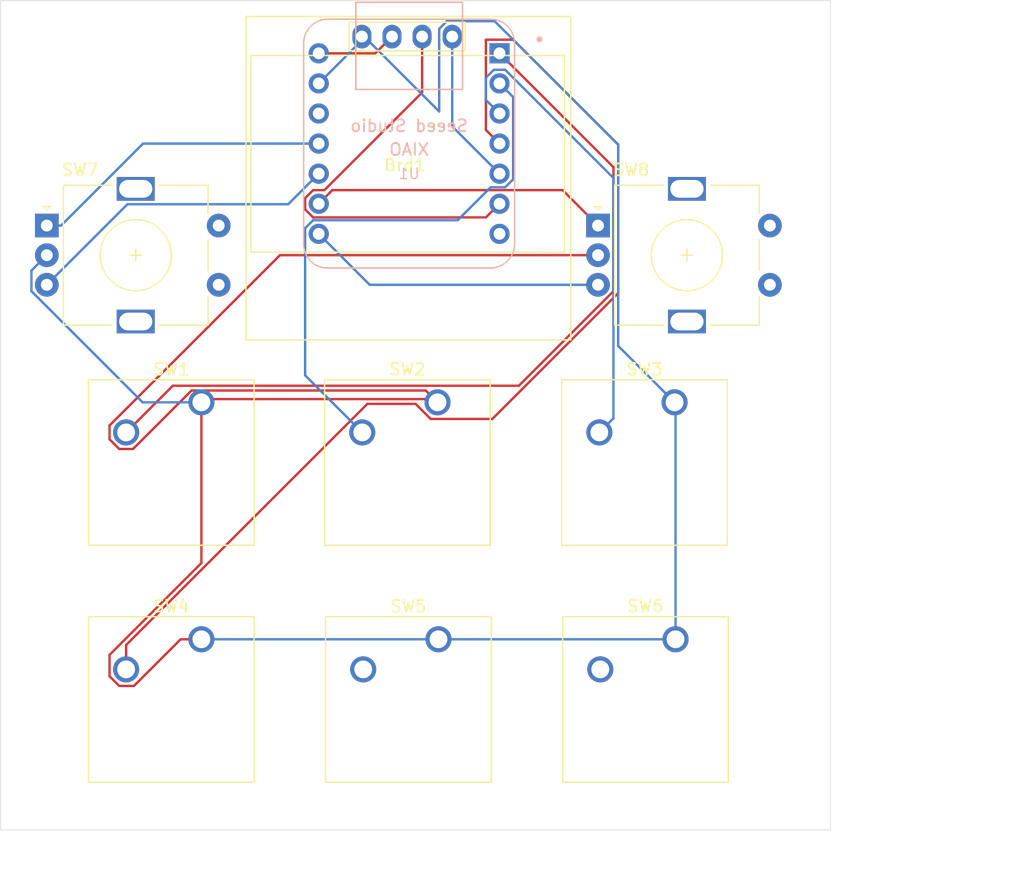
<source format=kicad_pcb>
(kicad_pcb (version 20240108) (generator "pcbnew") (generator_version "8.0")
  (layers (0 "F.Cu" signal) (31 "B.Cu" signal) (34 "B.Paste" user) (35 "F.Paste" user) (36 "B.SilkS" user "B.Silkscreen") (37 "F.SilkS" user "F.Silkscreen") (38 "B.Mask" user) (39 "F.Mask" user) (44 "Edge.Cuts" user))
  (net 0 "")
  (net 1 "SDA")
  (net 2 "GND")
  (net 3 "SCL")
  (net 4 "VCC")
  (net 5 "S1")
  (net 6 "S2")
  (net 7 "S3")
  (net 8 "S4")
  (net 9 "S5")
  (net 10 "S6")
  (net 11 "S7B")
  (net 12 "S7A")
  (net 13 "S8A")
  (net 14 "S8B")
  (footprint "Rotary_Encoder:RotaryEncoder_Alps_EC11E-Switch_Vertical_H20mm" (layer "F.Cu") (at 111.84 97.45)
    (property "Reference" "SW7" (at 2.8 -4.7 0) (layer "F.SilkS"))
    (property "Value" "RotaryEncoder")
    (fp_line (start -0.3 -1.6) (end 0.3 -1.6) (stroke (width 0.12)) (layer "F.SilkS"))
    (fp_line (start 0 -1.3) (end -0.3 -1.6) (stroke (width 0.12)) (layer "F.SilkS"))
    (fp_line (start 0.3 -1.6) (end 0 -1.3) (stroke (width 0.12)) (layer "F.SilkS"))
    (fp_line (start 1.4 -3.4) (end 1.4 8.4) (stroke (width 0.12)) (layer "F.SilkS"))
    (fp_line (start 5.5 -3.4) (end 1.4 -3.4) (stroke (width 0.12)) (layer "F.SilkS"))
    (fp_line (start 5.5 8.4) (end 1.4 8.4) (stroke (width 0.12)) (layer "F.SilkS"))
    (fp_line (start 7 2.5) (end 8 2.5) (stroke (width 0.12)) (layer "F.SilkS"))
    (fp_line (start 7.5 2) (end 7.5 3) (stroke (width 0.12)) (layer "F.SilkS"))
    (fp_line (start 9.5 -3.4) (end 13.6 -3.4) (stroke (width 0.12)) (layer "F.SilkS"))
    (fp_line (start 13.6 -3.4) (end 13.6 -1) (stroke (width 0.12)) (layer "F.SilkS"))
    (fp_line (start 13.6 1.2) (end 13.6 3.8) (stroke (width 0.12)) (layer "F.SilkS"))
    (fp_line (start 13.6 6) (end 13.6 8.4) (stroke (width 0.12)) (layer "F.SilkS"))
    (fp_line (start 13.6 8.4) (end 9.5 8.4) (stroke (width 0.12)) (layer "F.SilkS"))
    (fp_circle (center 7.5 2.5) (end 10.5 2.5) (stroke (width 0.12)) (fill none) (layer "F.SilkS"))
    (pad "A" thru_hole rect (at 0 0) (size 2 2) (drill 1) (layers "*.Cu" "*.Mask") (net 12 "S7A"))
    (pad "B" thru_hole circle (at 0 5) (size 2 2) (drill 1) (layers "*.Cu" "*.Mask") (net 11 "S7B"))
    (pad "C" thru_hole circle (at 0 2.5) (size 2 2) (drill 1) (layers "*.Cu" "*.Mask") (net 2 "GND"))
    (pad "MP" thru_hole rect (at 7.5 -3.1) (size 3.2 2) (drill oval 2.8 1.5) (layers "*.Cu" "*.Mask"))
    (pad "MP" thru_hole rect (at 7.5 8.1) (size 3.2 2) (drill oval 2.8 1.5) (layers "*.Cu" "*.Mask"))
    (pad "S1" thru_hole circle (at 14.5 5) (size 2 2) (drill 1) (layers "*.Cu" "*.Mask"))
    (pad "S2" thru_hole circle (at 14.5 0) (size 2 2) (drill 1) (layers "*.Cu" "*.Mask"))
  )
  (footprint "Button_Switch_Keyboard:SW_Cherry_MX_1.00u_PCB" (layer "F.Cu") (at 164.88 132.37)
    (property "Reference" "SW6" (at -2.54 -2.794 0) (layer "F.SilkS"))
    (property "Value" "SW_Push")
    (fp_line (start -9.525 -1.905) (end 4.445 -1.905) (stroke (width 0.12)) (layer "F.SilkS"))
    (fp_line (start -9.525 12.065) (end -9.525 -1.905) (stroke (width 0.12)) (layer "F.SilkS"))
    (fp_line (start 4.445 -1.905) (end 4.445 12.065) (stroke (width 0.12)) (layer "F.SilkS"))
    (fp_line (start 4.445 12.065) (end -9.525 12.065) (stroke (width 0.12)) (layer "F.SilkS"))
    (pad "" np_thru_hole circle (at -7.62 5.08) (size 1.7 1.7) (drill 1.7) (layers "*.Cu" "*.Mask"))
    (pad "" np_thru_hole circle (at -2.54 5.08) (size 4 4) (drill 4) (layers "*.Cu" "*.Mask"))
    (pad "" np_thru_hole circle (at 2.54 5.08) (size 1.7 1.7) (drill 1.7) (layers "*.Cu" "*.Mask"))
    (pad "1" thru_hole circle (at 0 0) (size 2.2 2.2) (drill 1.5) (layers "*.Cu" "*.Mask") (net 2 "GND"))
    (pad "2" thru_hole circle (at -6.35 2.54) (size 2.2 2.2) (drill 1.5) (layers "*.Cu" "*.Mask") (net 10 "S6"))
  )
  (footprint "Button_Switch_Keyboard:SW_Cherry_MX_1.00u_PCB" (layer "F.Cu") (at 124.88 132.37)
    (property "Reference" "SW4" (at -2.54 -2.794 0) (layer "F.SilkS"))
    (property "Value" "SW_Push")
    (fp_line (start -9.525 -1.905) (end 4.445 -1.905) (stroke (width 0.12)) (layer "F.SilkS"))
    (fp_line (start -9.525 12.065) (end -9.525 -1.905) (stroke (width 0.12)) (layer "F.SilkS"))
    (fp_line (start 4.445 -1.905) (end 4.445 12.065) (stroke (width 0.12)) (layer "F.SilkS"))
    (fp_line (start 4.445 12.065) (end -9.525 12.065) (stroke (width 0.12)) (layer "F.SilkS"))
    (pad "" np_thru_hole circle (at -7.62 5.08) (size 1.7 1.7) (drill 1.7) (layers "*.Cu" "*.Mask"))
    (pad "" np_thru_hole circle (at -2.54 5.08) (size 4 4) (drill 4) (layers "*.Cu" "*.Mask"))
    (pad "" np_thru_hole circle (at 2.54 5.08) (size 1.7 1.7) (drill 1.7) (layers "*.Cu" "*.Mask"))
    (pad "1" thru_hole circle (at 0 0) (size 2.2 2.2) (drill 1.5) (layers "*.Cu" "*.Mask") (net 2 "GND"))
    (pad "2" thru_hole circle (at -6.35 2.54) (size 2.2 2.2) (drill 1.5) (layers "*.Cu" "*.Mask") (net 8 "S4"))
  )
  (footprint "Button_Switch_Keyboard:SW_Cherry_MX_1.00u_PCB" (layer "F.Cu") (at 164.8 112.37)
    (property "Reference" "SW3" (at -2.54 -2.794 0) (layer "F.SilkS"))
    (property "Value" "SW_Push")
    (fp_line (start -9.525 -1.905) (end 4.445 -1.905) (stroke (width 0.12)) (layer "F.SilkS"))
    (fp_line (start -9.525 12.065) (end -9.525 -1.905) (stroke (width 0.12)) (layer "F.SilkS"))
    (fp_line (start 4.445 -1.905) (end 4.445 12.065) (stroke (width 0.12)) (layer "F.SilkS"))
    (fp_line (start 4.445 12.065) (end -9.525 12.065) (stroke (width 0.12)) (layer "F.SilkS"))
    (pad "" np_thru_hole circle (at -7.62 5.08) (size 1.7 1.7) (drill 1.7) (layers "*.Cu" "*.Mask"))
    (pad "" np_thru_hole circle (at -2.54 5.08) (size 4 4) (drill 4) (layers "*.Cu" "*.Mask"))
    (pad "" np_thru_hole circle (at 2.54 5.08) (size 1.7 1.7) (drill 1.7) (layers "*.Cu" "*.Mask"))
    (pad "1" thru_hole circle (at 0 0) (size 2.2 2.2) (drill 1.5) (layers "*.Cu" "*.Mask") (net 2 "GND"))
    (pad "2" thru_hole circle (at -6.35 2.54) (size 2.2 2.2) (drill 1.5) (layers "*.Cu" "*.Mask") (net 7 "S3"))
  )
  (footprint "Button_Switch_Keyboard:SW_Cherry_MX_1.00u_PCB" (layer "F.Cu") (at 124.88 112.37)
    (property "Reference" "SW1" (at -2.54 -2.794 0) (layer "F.SilkS"))
    (property "Value" "SW_Push")
    (fp_line (start -9.525 -1.905) (end 4.445 -1.905) (stroke (width 0.12)) (layer "F.SilkS"))
    (fp_line (start -9.525 12.065) (end -9.525 -1.905) (stroke (width 0.12)) (layer "F.SilkS"))
    (fp_line (start 4.445 -1.905) (end 4.445 12.065) (stroke (width 0.12)) (layer "F.SilkS"))
    (fp_line (start 4.445 12.065) (end -9.525 12.065) (stroke (width 0.12)) (layer "F.SilkS"))
    (pad "" np_thru_hole circle (at -7.62 5.08) (size 1.7 1.7) (drill 1.7) (layers "*.Cu" "*.Mask"))
    (pad "" np_thru_hole circle (at -2.54 5.08) (size 4 4) (drill 4) (layers "*.Cu" "*.Mask"))
    (pad "" np_thru_hole circle (at 2.54 5.08) (size 1.7 1.7) (drill 1.7) (layers "*.Cu" "*.Mask"))
    (pad "1" thru_hole circle (at 0 0) (size 2.2 2.2) (drill 1.5) (layers "*.Cu" "*.Mask") (net 2 "GND"))
    (pad "2" thru_hole circle (at -6.35 2.54) (size 2.2 2.2) (drill 1.5) (layers "*.Cu" "*.Mask") (net 5 "S1"))
  )
  (footprint "Rotary_Encoder:RotaryEncoder_Alps_EC11E-Switch_Vertical_H20mm" (layer "F.Cu") (at 158.34 97.45)
    (property "Reference" "SW8" (at 2.8 -4.7 0) (layer "F.SilkS"))
    (property "Value" "RotaryEncoder")
    (fp_line (start -0.3 -1.6) (end 0.3 -1.6) (stroke (width 0.12)) (layer "F.SilkS"))
    (fp_line (start 0 -1.3) (end -0.3 -1.6) (stroke (width 0.12)) (layer "F.SilkS"))
    (fp_line (start 0.3 -1.6) (end 0 -1.3) (stroke (width 0.12)) (layer "F.SilkS"))
    (fp_line (start 1.4 -3.4) (end 1.4 8.4) (stroke (width 0.12)) (layer "F.SilkS"))
    (fp_line (start 5.5 -3.4) (end 1.4 -3.4) (stroke (width 0.12)) (layer "F.SilkS"))
    (fp_line (start 5.5 8.4) (end 1.4 8.4) (stroke (width 0.12)) (layer "F.SilkS"))
    (fp_line (start 7 2.5) (end 8 2.5) (stroke (width 0.12)) (layer "F.SilkS"))
    (fp_line (start 7.5 2) (end 7.5 3) (stroke (width 0.12)) (layer "F.SilkS"))
    (fp_line (start 9.5 -3.4) (end 13.6 -3.4) (stroke (width 0.12)) (layer "F.SilkS"))
    (fp_line (start 13.6 -3.4) (end 13.6 -1) (stroke (width 0.12)) (layer "F.SilkS"))
    (fp_line (start 13.6 1.2) (end 13.6 3.8) (stroke (width 0.12)) (layer "F.SilkS"))
    (fp_line (start 13.6 6) (end 13.6 8.4) (stroke (width 0.12)) (layer "F.SilkS"))
    (fp_line (start 13.6 8.4) (end 9.5 8.4) (stroke (width 0.12)) (layer "F.SilkS"))
    (fp_circle (center 7.5 2.5) (end 10.5 2.5) (stroke (width 0.12)) (fill none) (layer "F.SilkS"))
    (pad "A" thru_hole rect (at 0 0) (size 2 2) (drill 1) (layers "*.Cu" "*.Mask") (net 13 "S8A"))
    (pad "B" thru_hole circle (at 0 5) (size 2 2) (drill 1) (layers "*.Cu" "*.Mask") (net 14 "S8B"))
    (pad "C" thru_hole circle (at 0 2.5) (size 2 2) (drill 1) (layers "*.Cu" "*.Mask") (net 2 "GND"))
    (pad "MP" thru_hole rect (at 7.5 -3.1) (size 3.2 2) (drill oval 2.8 1.5) (layers "*.Cu" "*.Mask"))
    (pad "MP" thru_hole rect (at 7.5 8.1) (size 3.2 2) (drill oval 2.8 1.5) (layers "*.Cu" "*.Mask"))
    (pad "S1" thru_hole circle (at 14.5 5) (size 2 2) (drill 1) (layers "*.Cu" "*.Mask"))
    (pad "S2" thru_hole circle (at 14.5 0) (size 2 2) (drill 1) (layers "*.Cu" "*.Mask"))
  )
  (footprint "SSD1306:128x64OLED" (layer "F.Cu") (at 142.04 92.1)
    (property "Reference" "Brd1" (at 0 0.254 0) (layer "F.SilkS"))
    (property "Value" "SSD1306")
    (fp_line (start -13.4 -12.3) (end 14 -12.3) (stroke (width 0.12)) (layer "F.SilkS"))
    (fp_line (start -13.4 15) (end -13.4 -12.3) (stroke (width 0.12)) (layer "F.SilkS"))
    (fp_line (start -12.978 -9.005) (end 10.122 -9.005) (stroke (width 0.12)) (layer "F.SilkS"))
    (fp_line (start -12.978 7.595) (end -12.978 -9.005) (stroke (width 0.12)) (layer "F.SilkS"))
    (fp_line (start -4.699 -11.811) (end -4.699 -9.398) (stroke (width 0.12)) (layer "F.SilkS"))
    (fp_line (start -4.699 -11.811) (end 5.08 -11.811) (stroke (width 0.12)) (layer "F.SilkS"))
    (fp_line (start 5.08 -11.811) (end 5.08 -9.398) (stroke (width 0.12)) (layer "F.SilkS"))
    (fp_line (start 5.08 -9.398) (end -4.699 -9.398) (stroke (width 0.12)) (layer "F.SilkS"))
    (fp_line (start 10.122 -9.005) (end 13.208 -9.005) (stroke (width 0.12)) (layer "F.SilkS"))
    (fp_line (start 10.122 7.595) (end -12.978 7.595) (stroke (width 0.12)) (layer "F.SilkS"))
    (fp_line (start 10.122 7.595) (end 13.462 7.62) (stroke (width 0.12)) (layer "F.SilkS"))
    (fp_line (start 13.462 -9.017) (end 13.208 -9.005) (stroke (width 0.12)) (layer "F.SilkS"))
    (fp_line (start 13.462 7.62) (end 13.462 -9.017) (stroke (width 0.12)) (layer "F.SilkS"))
    (fp_line (start 14 -12.3) (end 14 15) (stroke (width 0.12)) (layer "F.SilkS"))
    (fp_line (start 14 15) (end -13.4 15) (stroke (width 0.12)) (layer "F.SilkS"))
    (pad "1" thru_hole oval (at -3.62 -10.6 90) (size 2 1.6) (drill 1) (layers "*.Cu" "*.Mask") (net 2 "GND"))
    (pad "2" thru_hole oval (at -1.08 -10.6 90) (size 2 1.6) (drill 1) (layers "*.Cu" "*.Mask") (net 4 "VCC"))
    (pad "3" thru_hole oval (at 1.46 -10.6 90) (size 2 1.6) (drill 1) (layers "*.Cu" "*.Mask") (net 3 "SCL"))
    (pad "4" thru_hole oval (at 4 -10.6 90) (size 2 1.6) (drill 1) (layers "*.Cu" "*.Mask") (net 1 "SDA"))
  )
  (footprint "Button_Switch_Keyboard:SW_Cherry_MX_1.00u_PCB" (layer "F.Cu") (at 144.88 132.37)
    (property "Reference" "SW5" (at -2.54 -2.794 0) (layer "F.SilkS"))
    (property "Value" "SW_Push")
    (fp_line (start -9.525 -1.905) (end 4.445 -1.905) (stroke (width 0.12)) (layer "F.SilkS"))
    (fp_line (start -9.525 12.065) (end -9.525 -1.905) (stroke (width 0.12)) (layer "F.SilkS"))
    (fp_line (start 4.445 -1.905) (end 4.445 12.065) (stroke (width 0.12)) (layer "F.SilkS"))
    (fp_line (start 4.445 12.065) (end -9.525 12.065) (stroke (width 0.12)) (layer "F.SilkS"))
    (pad "" np_thru_hole circle (at -7.62 5.08) (size 1.7 1.7) (drill 1.7) (layers "*.Cu" "*.Mask"))
    (pad "" np_thru_hole circle (at -2.54 5.08) (size 4 4) (drill 4) (layers "*.Cu" "*.Mask"))
    (pad "" np_thru_hole circle (at 2.54 5.08) (size 1.7 1.7) (drill 1.7) (layers "*.Cu" "*.Mask"))
    (pad "1" thru_hole circle (at 0 0) (size 2.2 2.2) (drill 1.5) (layers "*.Cu" "*.Mask") (net 2 "GND"))
    (pad "2" thru_hole circle (at -6.35 2.54) (size 2.2 2.2) (drill 1.5) (layers "*.Cu" "*.Mask") (net 9 "S5"))
  )
  (footprint "Button_Switch_Keyboard:SW_Cherry_MX_1.00u_PCB" (layer "F.Cu") (at 144.8 112.37)
    (property "Reference" "SW2" (at -2.54 -2.794 0) (layer "F.SilkS"))
    (property "Value" "SW_Push")
    (fp_line (start -9.525 -1.905) (end 4.445 -1.905) (stroke (width 0.12)) (layer "F.SilkS"))
    (fp_line (start -9.525 12.065) (end -9.525 -1.905) (stroke (width 0.12)) (layer "F.SilkS"))
    (fp_line (start 4.445 -1.905) (end 4.445 12.065) (stroke (width 0.12)) (layer "F.SilkS"))
    (fp_line (start 4.445 12.065) (end -9.525 12.065) (stroke (width 0.12)) (layer "F.SilkS"))
    (pad "" np_thru_hole circle (at -7.62 5.08) (size 1.7 1.7) (drill 1.7) (layers "*.Cu" "*.Mask"))
    (pad "" np_thru_hole circle (at -2.54 5.08) (size 4 4) (drill 4) (layers "*.Cu" "*.Mask"))
    (pad "" np_thru_hole circle (at 2.54 5.08) (size 1.7 1.7) (drill 1.7) (layers "*.Cu" "*.Mask"))
    (pad "1" thru_hole circle (at 0 0) (size 2.2 2.2) (drill 1.5) (layers "*.Cu" "*.Mask") (net 2 "GND"))
    (pad "2" thru_hole circle (at -6.35 2.54) (size 2.2 2.2) (drill 1.5) (layers "*.Cu" "*.Mask") (net 6 "S2"))
  )
  (footprint "Seeed Studio XIAO Series Library:XIAO-Generic-Thruhole-14P-2.54-21X17.8MM" (layer "B.Cu") (at 142.405 90.53 180)
    (property "Reference" "U1" (at 0 -2.54 0) (layer "B.SilkS") (effects (font (size 0.889 0.889) (thickness 0.1016)) (justify mirror)))
    (property "Value" "Seeed Studio XIAO SAMD21" (hide yes))
    (fp_line (start 8.9 8.5) (end 8.9 -8.5) (stroke (width 0.127)) (layer "B.SilkS"))
    (fp_line (start 6.9 -10.5) (end -6.9 -10.5) (stroke (width 0.127)) (layer "B.SilkS"))
    (fp_line (start 4.5 11.92403) (end -4.5 11.92403) (stroke (width 0.127)) (layer "B.SilkS"))
    (fp_line (start 4.5 4.57073) (end 4.5 11.92403) (stroke (width 0.127)) (layer "B.SilkS"))
    (fp_line (start -4.5 11.92403) (end -4.5 4.57073) (stroke (width 0.127)) (layer "B.SilkS"))
    (fp_line (start -4.5 4.57073) (end 4.5 4.57073) (stroke (width 0.127)) (layer "B.SilkS"))
    (fp_line (start -6.9 10.49909) (end 6.9 10.49909) (stroke (width 0.127)) (layer "B.SilkS"))
    (fp_line (start -8.9 -8.5) (end -8.9 8.5) (stroke (width 0.127)) (layer "B.SilkS"))
    (fp_arc (start 8.9 8.5) (mid 8.301494 9.901494) (end 6.9 10.5) (stroke (width 0.12)) (layer "B.SilkS"))
    (fp_arc (start 6.9 -10.5) (mid 8.314214 -9.914214) (end 8.9 -8.5) (stroke (width 0.12)) (layer "B.SilkS"))
    (fp_arc (start -6.9 10.5) (mid -8.301491 9.901491) (end -8.9 8.5) (stroke (width 0.12)) (layer "B.SilkS"))
    (fp_arc (start -8.9 -8.5) (mid -8.301423 -9.901423) (end -6.9 -10.5) (stroke (width 0.12)) (layer "B.SilkS"))
    (fp_circle (center -11 8.8) (end -11 9.054) (fill solid) (layer "B.SilkS"))
    (fp_poly (pts (xy -8.887715 8.561705) (xy -8.884667 8.610473) (xy -8.880603 8.659494)) (stroke (width 0.0254)) (fill none) (layer "B.SilkS"))
    (fp_poly (pts (xy 8.889492 -8.521574) (xy 8.887713 -8.57085) (xy 8.884665 -8.619618) (xy 8.880601 -8.668639) (xy 8.875268 -8.717407) (xy 8.868664 -8.766175) (xy 8.861044 -8.81469) (xy 8.852153 -8.86295) (xy 8.842248 -8.910955)) (stroke (width 0.0254)) (fill none) (layer "B.SilkS"))
    (fp_text user "XIAO" (at 0 -0.5 0) (layer "B.SilkS") (effects (justify mirror)))
    (fp_text user "Seeed Studio" (at 0 1.5 0) (layer "B.SilkS") (effects (justify mirror)))
    (pad "1" thru_hole rect (at -7.625 7.62 180) (size 1.7 1.7) (drill 1) (layers "*.Cu" "*.Mask") (net 5 "S1"))
    (pad "2" thru_hole circle (at -7.625 5.08 180) (size 1.7 1.7) (drill 1) (layers "*.Cu" "*.Mask") (net 6 "S2"))
    (pad "3" thru_hole circle (at -7.625 2.54 180) (size 1.7 1.7) (drill 1) (layers "*.Cu" "*.Mask") (net 7 "S3"))
    (pad "4" thru_hole circle (at -7.625 0 180) (size 1.7 1.7) (drill 1) (layers "*.Cu" "*.Mask") (net 8 "S4"))
    (pad "5" thru_hole circle (at -7.625 -2.54 180) (size 1.7 1.7) (drill 1) (layers "*.Cu" "*.Mask") (net 1 "SDA"))
    (pad "6" thru_hole circle (at -7.625 -5.08) (size 1.7 1.7) (drill 1) (layers "*.Cu" "*.Mask") (net 3 "SCL"))
    (pad "7" thru_hole circle (at -7.625 -7.62 180) (size 1.7 1.7) (drill 1) (layers "*.Cu" "*.Mask"))
    (pad "8" thru_hole circle (at 7.625 -7.62 180) (size 1.7 1.7) (drill 1) (layers "*.Cu" "*.Mask") (net 14 "S8B"))
    (pad "9" thru_hole circle (at 7.625 -5.08 180) (size 1.7 1.7) (drill 1) (layers "*.Cu" "*.Mask") (net 13 "S8A"))
    (pad "10" thru_hole circle (at 7.625 -2.54 180) (size 1.7 1.7) (drill 1) (layers "*.Cu" "*.Mask") (net 11 "S7B"))
    (pad "11" thru_hole circle (at 7.625 0 180) (size 1.7 1.7) (drill 1) (layers "*.Cu" "*.Mask") (net 12 "S7A"))
    (pad "12" thru_hole circle (at 7.625 2.54 180) (size 1.7 1.7) (drill 1) (layers "*.Cu" "*.Mask"))
    (pad "13" thru_hole circle (at 7.625 5.08 180) (size 1.7 1.7) (drill 1) (layers "*.Cu" "*.Mask") (net 2 "GND"))
    (pad "14" thru_hole circle (at 7.625 7.62 180) (size 1.7 1.7) (drill 1) (layers "*.Cu" "*.Mask") (net 4 "VCC"))
  )
  (gr_rect (start 107.94 78.46) (end 177.94 148.46) (stroke (width 0.05)) (fill none) (layer "Edge.Cuts"))
  (segment (start 146.04 81.5) (end 146.04 89.08) (width 0.2) (layer "B.Cu") (net 1))
  (segment (start 146.04 89.08) (end 150.03 93.07) (width 0.2) (layer "B.Cu") (net 1))
  (segment (start 124.049899 111.37) (end 119.109899 116.31) (width 0.2) (layer "F.Cu") (net 2))
  (segment (start 117.950101 136.31) (end 119.19 136.31) (width 0.2) (layer "F.Cu") (net 2))
  (segment (start 117.13 135.489899) (end 117.950101 136.31) (width 0.2) (layer "F.Cu") (net 2))
  (segment (start 144.8 112.37) (end 144.53 112.1) (width 0.2) (layer "F.Cu") (net 2))
  (segment (start 125.15 112.1) (end 124.88 112.37) (width 0.2) (layer "F.Cu") (net 2))
  (segment (start 124.88 112.37) (end 124.88 125.934415) (width 0.2) (layer "F.Cu") (net 2))
  (segment (start 131.506346 99.95) (end 158.34 99.95) (width 0.2) (layer "F.Cu") (net 2))
  (segment (start 117.13 133.684415) (end 117.13 135.489899) (width 0.2) (layer "F.Cu") (net 2))
  (segment (start 119.19 136.31) (end 123.13 132.37) (width 0.2) (layer "F.Cu") (net 2))
  (segment (start 119.109899 116.31) (end 117.950101 116.31) (width 0.2) (layer "F.Cu") (net 2))
  (segment (start 123.13 132.37) (end 124.88 132.37) (width 0.2) (layer "F.Cu") (net 2))
  (segment (start 117.950101 116.31) (end 117.13 115.489899) (width 0.2) (layer "F.Cu") (net 2))
  (segment (start 164.8 112.37) (end 163.700001 111.270001) (width 0.2) (layer "F.Cu") (net 2))
  (segment (start 124.88 125.934415) (end 117.13 133.684415) (width 0.2) (layer "F.Cu") (net 2))
  (segment (start 117.13 114.326346) (end 131.506346 99.95) (width 0.2) (layer "F.Cu") (net 2))
  (segment (start 117.13 115.489899) (end 117.13 114.326346) (width 0.2) (layer "F.Cu") (net 2))
  (segment (start 144.53 112.1) (end 125.15 112.1) (width 0.2) (layer "F.Cu") (net 2))
  (segment (start 143.8 111.37) (end 124.049899 111.37) (width 0.2) (layer "F.Cu") (net 2))
  (segment (start 144.8 112.37) (end 143.8 111.37) (width 0.2) (layer "F.Cu") (net 2))
  (segment (start 110.54 102.988478) (end 110.54 101.25) (width 0.2) (layer "B.Cu") (net 2))
  (segment (start 124.88 112.37) (end 119.921522 112.37) (width 0.2) (layer "B.Cu") (net 2))
  (segment (start 160.04 107.61) (end 164.8 112.37) (width 0.2) (layer "B.Cu") (net 2))
  (segment (start 164.88 132.37) (end 164.88 112.45) (width 0.2) (layer "B.Cu") (net 2))
  (segment (start 145.584365 80.2) (end 149.62 80.2) (width 0.2) (layer "B.Cu") (net 2))
  (segment (start 124.88 132.37) (end 144.88 132.37) (width 0.2) (layer "B.Cu") (net 2))
  (segment (start 110.54 101.25) (end 111.84 99.95) (width 0.2) (layer "B.Cu") (net 2))
  (segment (start 164.88 112.45) (end 164.8 112.37) (width 0.2) (layer "B.Cu") (net 2))
  (segment (start 134.78 85.45) (end 138.42 81.81) (width 0.2) (layer "B.Cu") (net 2))
  (segment (start 149.62 80.2) (end 160.04 90.62) (width 0.2) (layer "B.Cu") (net 2))
  (segment (start 138.42 81.81) (end 138.42 81.5) (width 0.2) (layer "B.Cu") (net 2))
  (segment (start 144.94 87.82) (end 144.94 80.844365) (width 0.2) (layer "B.Cu") (net 2))
  (segment (start 138.62 81.5) (end 144.94 87.82) (width 0.2) (layer "B.Cu") (net 2))
  (segment (start 144.94 80.844365) (end 145.584365 80.2) (width 0.2) (layer "B.Cu") (net 2))
  (segment (start 119.921522 112.37) (end 110.54 102.988478) (width 0.2) (layer "B.Cu") (net 2))
  (segment (start 138.42 81.5) (end 138.62 81.5) (width 0.2) (layer "B.Cu") (net 2))
  (segment (start 160.04 90.62) (end 160.04 107.61) (width 0.2) (layer "B.Cu") (net 2))
  (segment (start 144.88 132.37) (end 164.88 132.37) (width 0.2) (layer "B.Cu") (net 2))
  (segment (start 134.303654 96.76) (end 148.88 96.76) (width 0.2) (layer "F.Cu") (net 3))
  (segment (start 133.63 96.086346) (end 134.303654 96.76) (width 0.2) (layer "F.Cu") (net 3))
  (segment (start 143.5 86.216346) (end 135.256346 94.46) (width 0.2) (layer "F.Cu") (net 3))
  (segment (start 134.303654 94.46) (end 133.63 95.133654) (width 0.2) (layer "F.Cu") (net 3))
  (segment (start 148.88 96.76) (end 150.03 95.61) (width 0.2) (layer "F.Cu") (net 3))
  (segment (start 133.63 95.133654) (end 133.63 96.086346) (width 0.2) (layer "F.Cu") (net 3))
  (segment (start 135.256346 94.46) (end 134.303654 94.46) (width 0.2) (layer "F.Cu") (net 3))
  (segment (start 143.5 81.5) (end 143.5 86.216346) (width 0.2) (layer "F.Cu") (net 3))
  (segment (start 139.55 82.91) (end 140.96 81.5) (width 0.2) (layer "F.Cu") (net 4))
  (segment (start 134.78 82.91) (end 139.55 82.91) (width 0.2) (layer "F.Cu") (net 4))
  (segment (start 159.64 102.988478) (end 151.658478 110.97) (width 0.2) (layer "F.Cu") (net 5))
  (segment (start 122.47 110.97) (end 118.53 114.91) (width 0.2) (layer "F.Cu") (net 5))
  (segment (start 151.658478 110.97) (end 122.47 110.97) (width 0.2) (layer "F.Cu") (net 5))
  (segment (start 159.64 92.52) (end 159.64 102.988478) (width 0.2) (layer "F.Cu") (net 5))
  (segment (start 150.03 82.91) (end 159.64 92.52) (width 0.2) (layer "F.Cu") (net 5))
  (segment (start 149.28 94.22) (end 146.5 97) (width 0.2) (layer "B.Cu") (net 6))
  (segment (start 150.506346 94.22) (end 149.28 94.22) (width 0.2) (layer "B.Cu") (net 6))
  (segment (start 133.63 110.09) (end 138.45 114.91) (width 0.2) (layer "B.Cu") (net 6))
  (segment (start 134.303654 97) (end 133.63 97.673654) (width 0.2) (layer "B.Cu") (net 6))
  (segment (start 151.18 86.6) (end 151.18 93.546346) (width 0.2) (layer "B.Cu") (net 6))
  (segment (start 151.18 93.546346) (end 150.506346 94.22) (width 0.2) (layer "B.Cu") (net 6))
  (segment (start 133.63 97.673654) (end 133.63 110.09) (width 0.2) (layer "B.Cu") (net 6))
  (segment (start 146.5 97) (end 134.303654 97) (width 0.2) (layer "B.Cu") (net 6))
  (segment (start 150.03 85.45) (end 151.18 86.6) (width 0.2) (layer "B.Cu") (net 6))
  (segment (start 149.553654 84.3) (end 150.506346 84.3) (width 0.2) (layer "B.Cu") (net 7))
  (segment (start 159.64 93.433654) (end 159.64 113.72) (width 0.2) (layer "B.Cu") (net 7))
  (segment (start 159.64 113.72) (end 158.45 114.91) (width 0.2) (layer "B.Cu") (net 7))
  (segment (start 148.88 84.973654) (end 149.553654 84.3) (width 0.2) (layer "B.Cu") (net 7))
  (segment (start 150.03 87.99) (end 148.88 86.84) (width 0.2) (layer "B.Cu") (net 7))
  (segment (start 150.506346 84.3) (end 159.64 93.433654) (width 0.2) (layer "B.Cu") (net 7))
  (segment (start 148.88 86.84) (end 148.88 84.973654) (width 0.2) (layer "B.Cu") (net 7))
  (segment (start 148.88 89.38) (end 148.88 81.76) (width 0.2) (layer "F.Cu") (net 8))
  (segment (start 138.880101 112.5) (end 118.53 132.850101) (width 0.2) (layer "F.Cu") (net 8))
  (segment (start 160.04 103.154164) (end 149.424164 113.77) (width 0.2) (layer "F.Cu") (net 8))
  (segment (start 148.88 81.76) (end 151.18 81.76) (width 0.2) (layer "F.Cu") (net 8))
  (segment (start 118.53 132.850101) (end 118.53 134.91) (width 0.2) (layer "F.Cu") (net 8))
  (segment (start 144.220101 113.77) (end 142.950101 112.5) (width 0.2) (layer "F.Cu") (net 8))
  (segment (start 142.950101 112.5) (end 138.880101 112.5) (width 0.2) (layer "F.Cu") (net 8))
  (segment (start 151.18 81.76) (end 160.04 90.62) (width 0.2) (layer "F.Cu") (net 8))
  (segment (start 150.03 90.53) (end 148.88 89.38) (width 0.2) (layer "F.Cu") (net 8))
  (segment (start 149.424164 113.77) (end 144.220101 113.77) (width 0.2) (layer "F.Cu") (net 8))
  (segment (start 160.04 90.62) (end 160.04 103.154164) (width 0.2) (layer "F.Cu") (net 8))
  (segment (start 132.2 95.65) (end 118.64 95.65) (width 0.2) (layer "B.Cu") (net 11))
  (segment (start 134.78 93.07) (end 132.2 95.65) (width 0.2) (layer "B.Cu") (net 11))
  (segment (start 118.64 95.65) (end 111.84 102.45) (width 0.2) (layer "B.Cu") (net 11))
  (segment (start 134.78 90.53) (end 119.96 90.53) (width 0.2) (layer "B.Cu") (net 12))
  (segment (start 119.96 90.53) (end 113.04 97.45) (width 0.2) (layer "B.Cu") (net 12))
  (segment (start 113.04 97.45) (end 111.84 97.45) (width 0.2) (layer "B.Cu") (net 12))
  (segment (start 135.93 94.46) (end 155.35 94.46) (width 0.2) (layer "F.Cu") (net 13))
  (segment (start 155.35 94.46) (end 158.34 97.45) (width 0.2) (layer "F.Cu") (net 13))
  (segment (start 134.78 95.61) (end 135.93 94.46) (width 0.2) (layer "F.Cu") (net 13))
  (segment (start 139.08 102.45) (end 158.34 102.45) (width 0.2) (layer "B.Cu") (net 14))
  (segment (start 134.78 98.15) (end 139.08 102.45) (width 0.2) (layer "B.Cu") (net 14))
)
</source>
